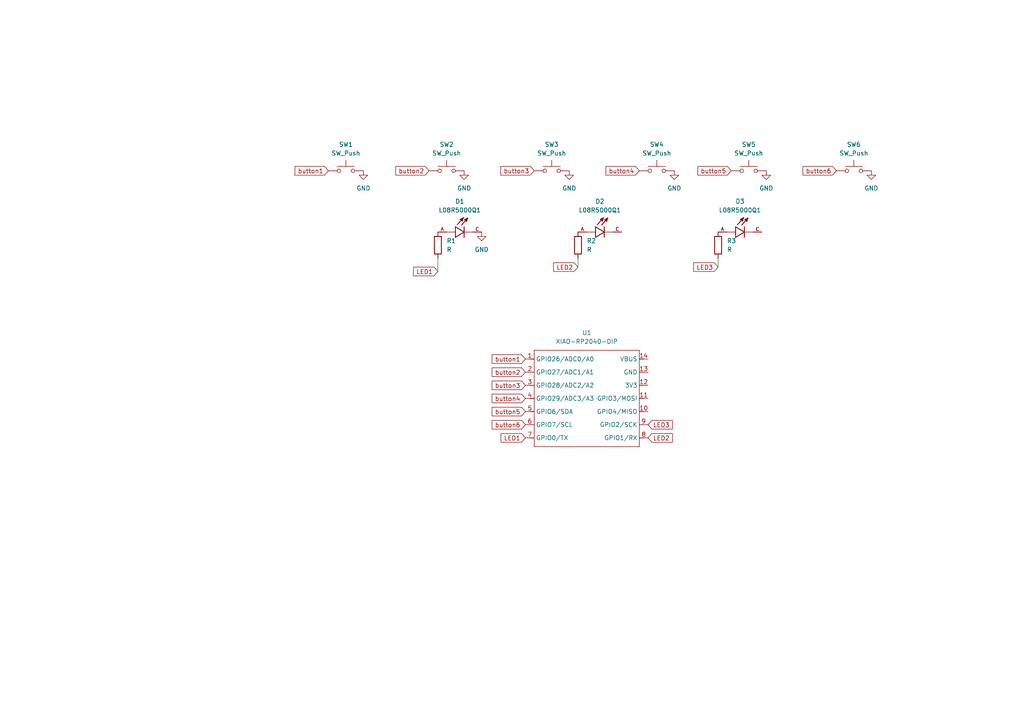
<source format=kicad_sch>
(kicad_sch
	(version 20250114)
	(generator "eeschema")
	(generator_version "9.0")
	(uuid "f60a7b3d-6eab-4da1-bfa8-a727d04b5d73")
	(paper "A4")
	(lib_symbols
		(symbol "Device:R"
			(pin_numbers
				(hide yes)
			)
			(pin_names
				(offset 0)
			)
			(exclude_from_sim no)
			(in_bom yes)
			(on_board yes)
			(property "Reference" "R"
				(at 2.032 0 90)
				(effects
					(font
						(size 1.27 1.27)
					)
				)
			)
			(property "Value" "R"
				(at 0 0 90)
				(effects
					(font
						(size 1.27 1.27)
					)
				)
			)
			(property "Footprint" ""
				(at -1.778 0 90)
				(effects
					(font
						(size 1.27 1.27)
					)
					(hide yes)
				)
			)
			(property "Datasheet" "~"
				(at 0 0 0)
				(effects
					(font
						(size 1.27 1.27)
					)
					(hide yes)
				)
			)
			(property "Description" "Resistor"
				(at 0 0 0)
				(effects
					(font
						(size 1.27 1.27)
					)
					(hide yes)
				)
			)
			(property "ki_keywords" "R res resistor"
				(at 0 0 0)
				(effects
					(font
						(size 1.27 1.27)
					)
					(hide yes)
				)
			)
			(property "ki_fp_filters" "R_*"
				(at 0 0 0)
				(effects
					(font
						(size 1.27 1.27)
					)
					(hide yes)
				)
			)
			(symbol "R_0_1"
				(rectangle
					(start -1.016 -2.54)
					(end 1.016 2.54)
					(stroke
						(width 0.254)
						(type default)
					)
					(fill
						(type none)
					)
				)
			)
			(symbol "R_1_1"
				(pin passive line
					(at 0 3.81 270)
					(length 1.27)
					(name "~"
						(effects
							(font
								(size 1.27 1.27)
							)
						)
					)
					(number "1"
						(effects
							(font
								(size 1.27 1.27)
							)
						)
					)
				)
				(pin passive line
					(at 0 -3.81 90)
					(length 1.27)
					(name "~"
						(effects
							(font
								(size 1.27 1.27)
							)
						)
					)
					(number "2"
						(effects
							(font
								(size 1.27 1.27)
							)
						)
					)
				)
			)
			(embedded_fonts no)
		)
		(symbol "L08R5000Q1:L08R5000Q1"
			(pin_names
				(offset 1.016)
			)
			(exclude_from_sim no)
			(in_bom yes)
			(on_board yes)
			(property "Reference" "D"
				(at -3.0988 4.4958 0)
				(effects
					(font
						(size 1.27 1.27)
					)
					(justify left bottom)
				)
			)
			(property "Value" "L08R5000Q1"
				(at -3.556 -3.302 0)
				(effects
					(font
						(size 1.27 1.27)
					)
					(justify left bottom)
				)
			)
			(property "Footprint" "L08R5000Q1:LEDRD254W57D500H1070"
				(at 0 0 0)
				(effects
					(font
						(size 1.27 1.27)
					)
					(justify bottom)
					(hide yes)
				)
			)
			(property "Datasheet" ""
				(at 0 0 0)
				(effects
					(font
						(size 1.27 1.27)
					)
					(hide yes)
				)
			)
			(property "Description" ""
				(at 0 0 0)
				(effects
					(font
						(size 1.27 1.27)
					)
					(hide yes)
				)
			)
			(property "MF" "LED Technology"
				(at 0 0 0)
				(effects
					(font
						(size 1.27 1.27)
					)
					(justify bottom)
					(hide yes)
				)
			)
			(property "MAXIMUM_PACKAGE_HEIGHT" "10.7mm"
				(at 0 0 0)
				(effects
					(font
						(size 1.27 1.27)
					)
					(justify bottom)
					(hide yes)
				)
			)
			(property "Package" "None"
				(at 0 0 0)
				(effects
					(font
						(size 1.27 1.27)
					)
					(justify bottom)
					(hide yes)
				)
			)
			(property "Price" "None"
				(at 0 0 0)
				(effects
					(font
						(size 1.27 1.27)
					)
					(justify bottom)
					(hide yes)
				)
			)
			(property "Check_prices" "https://www.snapeda.com/parts/L08R5000Q1/LED+Technology/view-part/?ref=eda"
				(at 0 0 0)
				(effects
					(font
						(size 1.27 1.27)
					)
					(justify bottom)
					(hide yes)
				)
			)
			(property "STANDARD" "IPC-7351B"
				(at 0 0 0)
				(effects
					(font
						(size 1.27 1.27)
					)
					(justify bottom)
					(hide yes)
				)
			)
			(property "PARTREV" "NA"
				(at 0 0 0)
				(effects
					(font
						(size 1.27 1.27)
					)
					(justify bottom)
					(hide yes)
				)
			)
			(property "SnapEDA_Link" "https://www.snapeda.com/parts/L08R5000Q1/LED+Technology/view-part/?ref=snap"
				(at 0 0 0)
				(effects
					(font
						(size 1.27 1.27)
					)
					(justify bottom)
					(hide yes)
				)
			)
			(property "MP" "L08R5000Q1"
				(at 0 0 0)
				(effects
					(font
						(size 1.27 1.27)
					)
					(justify bottom)
					(hide yes)
				)
			)
			(property "Description_1" "LED, 5MM, ORANGE; LED / Lamp Size: 5mm / T-1 3/4; LED Colour: Orange; Typ Luminous Intensity: 4.3mcd; Viewing Angle: ..."
				(at 0 0 0)
				(effects
					(font
						(size 1.27 1.27)
					)
					(justify bottom)
					(hide yes)
				)
			)
			(property "Availability" "Not in stock"
				(at 0 0 0)
				(effects
					(font
						(size 1.27 1.27)
					)
					(justify bottom)
					(hide yes)
				)
			)
			(property "MANUFACTURER" "LED TECHNOLOGY"
				(at 0 0 0)
				(effects
					(font
						(size 1.27 1.27)
					)
					(justify bottom)
					(hide yes)
				)
			)
			(symbol "L08R5000Q1_0_0"
				(polyline
					(pts
						(xy -2.54 1.524) (xy -2.54 0)
					)
					(stroke
						(width 0.254)
						(type default)
					)
					(fill
						(type none)
					)
				)
				(polyline
					(pts
						(xy -2.54 0) (xy -5.08 0)
					)
					(stroke
						(width 0.1524)
						(type default)
					)
					(fill
						(type none)
					)
				)
				(polyline
					(pts
						(xy -2.54 0) (xy -2.54 -1.524)
					)
					(stroke
						(width 0.254)
						(type default)
					)
					(fill
						(type none)
					)
				)
				(polyline
					(pts
						(xy -2.54 -1.524) (xy 0 0)
					)
					(stroke
						(width 0.254)
						(type default)
					)
					(fill
						(type none)
					)
				)
				(polyline
					(pts
						(xy -1.1176 3.683) (xy -0.2286 4.1656)
					)
					(stroke
						(width 0.254)
						(type default)
					)
					(fill
						(type none)
					)
				)
				(polyline
					(pts
						(xy -0.9398 3.6068) (xy -0.7112 3.7592)
					)
					(stroke
						(width 0.254)
						(type default)
					)
					(fill
						(type none)
					)
				)
				(polyline
					(pts
						(xy -0.5588 3.2004) (xy -1.1176 3.683)
					)
					(stroke
						(width 0.254)
						(type default)
					)
					(fill
						(type none)
					)
				)
				(polyline
					(pts
						(xy -0.5588 3.2004) (xy -0.5334 3.937)
					)
					(stroke
						(width 0.254)
						(type default)
					)
					(fill
						(type none)
					)
				)
				(polyline
					(pts
						(xy -0.5334 3.937) (xy -0.6604 3.937)
					)
					(stroke
						(width 0.254)
						(type default)
					)
					(fill
						(type none)
					)
				)
				(polyline
					(pts
						(xy -0.2286 4.1656) (xy -2.0066 2.1336)
					)
					(stroke
						(width 0.254)
						(type default)
					)
					(fill
						(type none)
					)
				)
				(polyline
					(pts
						(xy -0.2286 4.1656) (xy -0.5588 3.2004)
					)
					(stroke
						(width 0.254)
						(type default)
					)
					(fill
						(type none)
					)
				)
				(polyline
					(pts
						(xy 0 1.524) (xy 0 0)
					)
					(stroke
						(width 0.254)
						(type default)
					)
					(fill
						(type none)
					)
				)
				(polyline
					(pts
						(xy 0 0) (xy -2.54 1.524)
					)
					(stroke
						(width 0.254)
						(type default)
					)
					(fill
						(type none)
					)
				)
				(polyline
					(pts
						(xy 0 0) (xy 0 -1.524)
					)
					(stroke
						(width 0.254)
						(type default)
					)
					(fill
						(type none)
					)
				)
				(polyline
					(pts
						(xy 0.127 3.5814) (xy 1.016 4.064)
					)
					(stroke
						(width 0.254)
						(type default)
					)
					(fill
						(type none)
					)
				)
				(polyline
					(pts
						(xy 0.3048 3.5052) (xy 0.5334 3.6576)
					)
					(stroke
						(width 0.254)
						(type default)
					)
					(fill
						(type none)
					)
				)
				(polyline
					(pts
						(xy 0.6858 3.0988) (xy 0.127 3.5814)
					)
					(stroke
						(width 0.254)
						(type default)
					)
					(fill
						(type none)
					)
				)
				(polyline
					(pts
						(xy 0.6858 3.0988) (xy 0.7112 3.8354)
					)
					(stroke
						(width 0.254)
						(type default)
					)
					(fill
						(type none)
					)
				)
				(polyline
					(pts
						(xy 0.7112 3.8354) (xy 0.5842 3.8354)
					)
					(stroke
						(width 0.254)
						(type default)
					)
					(fill
						(type none)
					)
				)
				(polyline
					(pts
						(xy 1.016 4.064) (xy -0.762 2.032)
					)
					(stroke
						(width 0.254)
						(type default)
					)
					(fill
						(type none)
					)
				)
				(polyline
					(pts
						(xy 1.016 4.064) (xy 0.6858 3.0988)
					)
					(stroke
						(width 0.254)
						(type default)
					)
					(fill
						(type none)
					)
				)
				(polyline
					(pts
						(xy 2.54 0) (xy 0 0)
					)
					(stroke
						(width 0.1524)
						(type default)
					)
					(fill
						(type none)
					)
				)
				(pin passive line
					(at -7.62 0 0)
					(length 2.54)
					(name "~"
						(effects
							(font
								(size 1.016 1.016)
							)
						)
					)
					(number "A"
						(effects
							(font
								(size 1.016 1.016)
							)
						)
					)
				)
				(pin passive line
					(at 5.08 0 180)
					(length 2.54)
					(name "~"
						(effects
							(font
								(size 1.016 1.016)
							)
						)
					)
					(number "C"
						(effects
							(font
								(size 1.016 1.016)
							)
						)
					)
				)
			)
			(embedded_fonts no)
		)
		(symbol "Seeed_Studio_XIAO_Series:XIAO-RP2040-DIP"
			(exclude_from_sim no)
			(in_bom yes)
			(on_board yes)
			(property "Reference" "U"
				(at 0 0 0)
				(effects
					(font
						(size 1.27 1.27)
					)
				)
			)
			(property "Value" "XIAO-RP2040-DIP"
				(at 5.334 -1.778 0)
				(effects
					(font
						(size 1.27 1.27)
					)
				)
			)
			(property "Footprint" "Module:MOUDLE14P-XIAO-DIP-SMD"
				(at 14.478 -32.258 0)
				(effects
					(font
						(size 1.27 1.27)
					)
					(hide yes)
				)
			)
			(property "Datasheet" ""
				(at 0 0 0)
				(effects
					(font
						(size 1.27 1.27)
					)
					(hide yes)
				)
			)
			(property "Description" ""
				(at 0 0 0)
				(effects
					(font
						(size 1.27 1.27)
					)
					(hide yes)
				)
			)
			(symbol "XIAO-RP2040-DIP_1_0"
				(polyline
					(pts
						(xy -1.27 -2.54) (xy 29.21 -2.54)
					)
					(stroke
						(width 0.1524)
						(type solid)
					)
					(fill
						(type none)
					)
				)
				(polyline
					(pts
						(xy -1.27 -5.08) (xy -2.54 -5.08)
					)
					(stroke
						(width 0.1524)
						(type solid)
					)
					(fill
						(type none)
					)
				)
				(polyline
					(pts
						(xy -1.27 -5.08) (xy -1.27 -2.54)
					)
					(stroke
						(width 0.1524)
						(type solid)
					)
					(fill
						(type none)
					)
				)
				(polyline
					(pts
						(xy -1.27 -8.89) (xy -2.54 -8.89)
					)
					(stroke
						(width 0.1524)
						(type solid)
					)
					(fill
						(type none)
					)
				)
				(polyline
					(pts
						(xy -1.27 -8.89) (xy -1.27 -5.08)
					)
					(stroke
						(width 0.1524)
						(type solid)
					)
					(fill
						(type none)
					)
				)
				(polyline
					(pts
						(xy -1.27 -12.7) (xy -2.54 -12.7)
					)
					(stroke
						(width 0.1524)
						(type solid)
					)
					(fill
						(type none)
					)
				)
				(polyline
					(pts
						(xy -1.27 -12.7) (xy -1.27 -8.89)
					)
					(stroke
						(width 0.1524)
						(type solid)
					)
					(fill
						(type none)
					)
				)
				(polyline
					(pts
						(xy -1.27 -16.51) (xy -2.54 -16.51)
					)
					(stroke
						(width 0.1524)
						(type solid)
					)
					(fill
						(type none)
					)
				)
				(polyline
					(pts
						(xy -1.27 -16.51) (xy -1.27 -12.7)
					)
					(stroke
						(width 0.1524)
						(type solid)
					)
					(fill
						(type none)
					)
				)
				(polyline
					(pts
						(xy -1.27 -20.32) (xy -2.54 -20.32)
					)
					(stroke
						(width 0.1524)
						(type solid)
					)
					(fill
						(type none)
					)
				)
				(polyline
					(pts
						(xy -1.27 -24.13) (xy -2.54 -24.13)
					)
					(stroke
						(width 0.1524)
						(type solid)
					)
					(fill
						(type none)
					)
				)
				(polyline
					(pts
						(xy -1.27 -27.94) (xy -2.54 -27.94)
					)
					(stroke
						(width 0.1524)
						(type solid)
					)
					(fill
						(type none)
					)
				)
				(polyline
					(pts
						(xy -1.27 -30.48) (xy -1.27 -16.51)
					)
					(stroke
						(width 0.1524)
						(type solid)
					)
					(fill
						(type none)
					)
				)
				(polyline
					(pts
						(xy 29.21 -2.54) (xy 29.21 -5.08)
					)
					(stroke
						(width 0.1524)
						(type solid)
					)
					(fill
						(type none)
					)
				)
				(polyline
					(pts
						(xy 29.21 -5.08) (xy 29.21 -8.89)
					)
					(stroke
						(width 0.1524)
						(type solid)
					)
					(fill
						(type none)
					)
				)
				(polyline
					(pts
						(xy 29.21 -8.89) (xy 29.21 -12.7)
					)
					(stroke
						(width 0.1524)
						(type solid)
					)
					(fill
						(type none)
					)
				)
				(polyline
					(pts
						(xy 29.21 -12.7) (xy 29.21 -30.48)
					)
					(stroke
						(width 0.1524)
						(type solid)
					)
					(fill
						(type none)
					)
				)
				(polyline
					(pts
						(xy 29.21 -30.48) (xy -1.27 -30.48)
					)
					(stroke
						(width 0.1524)
						(type solid)
					)
					(fill
						(type none)
					)
				)
				(polyline
					(pts
						(xy 30.48 -5.08) (xy 29.21 -5.08)
					)
					(stroke
						(width 0.1524)
						(type solid)
					)
					(fill
						(type none)
					)
				)
				(polyline
					(pts
						(xy 30.48 -8.89) (xy 29.21 -8.89)
					)
					(stroke
						(width 0.1524)
						(type solid)
					)
					(fill
						(type none)
					)
				)
				(polyline
					(pts
						(xy 30.48 -12.7) (xy 29.21 -12.7)
					)
					(stroke
						(width 0.1524)
						(type solid)
					)
					(fill
						(type none)
					)
				)
				(polyline
					(pts
						(xy 30.48 -16.51) (xy 29.21 -16.51)
					)
					(stroke
						(width 0.1524)
						(type solid)
					)
					(fill
						(type none)
					)
				)
				(polyline
					(pts
						(xy 30.48 -20.32) (xy 29.21 -20.32)
					)
					(stroke
						(width 0.1524)
						(type solid)
					)
					(fill
						(type none)
					)
				)
				(polyline
					(pts
						(xy 30.48 -24.13) (xy 29.21 -24.13)
					)
					(stroke
						(width 0.1524)
						(type solid)
					)
					(fill
						(type none)
					)
				)
				(polyline
					(pts
						(xy 30.48 -27.94) (xy 29.21 -27.94)
					)
					(stroke
						(width 0.1524)
						(type solid)
					)
					(fill
						(type none)
					)
				)
				(pin passive line
					(at -3.81 -5.08 0)
					(length 2.54)
					(name "GPIO26/ADC0/A0"
						(effects
							(font
								(size 1.27 1.27)
							)
						)
					)
					(number "1"
						(effects
							(font
								(size 1.27 1.27)
							)
						)
					)
				)
				(pin passive line
					(at -3.81 -8.89 0)
					(length 2.54)
					(name "GPIO27/ADC1/A1"
						(effects
							(font
								(size 1.27 1.27)
							)
						)
					)
					(number "2"
						(effects
							(font
								(size 1.27 1.27)
							)
						)
					)
				)
				(pin passive line
					(at -3.81 -12.7 0)
					(length 2.54)
					(name "GPIO28/ADC2/A2"
						(effects
							(font
								(size 1.27 1.27)
							)
						)
					)
					(number "3"
						(effects
							(font
								(size 1.27 1.27)
							)
						)
					)
				)
				(pin passive line
					(at -3.81 -16.51 0)
					(length 2.54)
					(name "GPIO29/ADC3/A3"
						(effects
							(font
								(size 1.27 1.27)
							)
						)
					)
					(number "4"
						(effects
							(font
								(size 1.27 1.27)
							)
						)
					)
				)
				(pin passive line
					(at -3.81 -20.32 0)
					(length 2.54)
					(name "GPIO6/SDA"
						(effects
							(font
								(size 1.27 1.27)
							)
						)
					)
					(number "5"
						(effects
							(font
								(size 1.27 1.27)
							)
						)
					)
				)
				(pin passive line
					(at -3.81 -24.13 0)
					(length 2.54)
					(name "GPIO7/SCL"
						(effects
							(font
								(size 1.27 1.27)
							)
						)
					)
					(number "6"
						(effects
							(font
								(size 1.27 1.27)
							)
						)
					)
				)
				(pin passive line
					(at -3.81 -27.94 0)
					(length 2.54)
					(name "GPIO0/TX"
						(effects
							(font
								(size 1.27 1.27)
							)
						)
					)
					(number "7"
						(effects
							(font
								(size 1.27 1.27)
							)
						)
					)
				)
				(pin passive line
					(at 31.75 -5.08 180)
					(length 2.54)
					(name "VBUS"
						(effects
							(font
								(size 1.27 1.27)
							)
						)
					)
					(number "14"
						(effects
							(font
								(size 1.27 1.27)
							)
						)
					)
				)
				(pin passive line
					(at 31.75 -8.89 180)
					(length 2.54)
					(name "GND"
						(effects
							(font
								(size 1.27 1.27)
							)
						)
					)
					(number "13"
						(effects
							(font
								(size 1.27 1.27)
							)
						)
					)
				)
				(pin passive line
					(at 31.75 -12.7 180)
					(length 2.54)
					(name "3V3"
						(effects
							(font
								(size 1.27 1.27)
							)
						)
					)
					(number "12"
						(effects
							(font
								(size 1.27 1.27)
							)
						)
					)
				)
				(pin passive line
					(at 31.75 -16.51 180)
					(length 2.54)
					(name "GPIO3/MOSI"
						(effects
							(font
								(size 1.27 1.27)
							)
						)
					)
					(number "11"
						(effects
							(font
								(size 1.27 1.27)
							)
						)
					)
				)
				(pin passive line
					(at 31.75 -20.32 180)
					(length 2.54)
					(name "GPIO4/MISO"
						(effects
							(font
								(size 1.27 1.27)
							)
						)
					)
					(number "10"
						(effects
							(font
								(size 1.27 1.27)
							)
						)
					)
				)
				(pin passive line
					(at 31.75 -24.13 180)
					(length 2.54)
					(name "GPIO2/SCK"
						(effects
							(font
								(size 1.27 1.27)
							)
						)
					)
					(number "9"
						(effects
							(font
								(size 1.27 1.27)
							)
						)
					)
				)
				(pin passive line
					(at 31.75 -27.94 180)
					(length 2.54)
					(name "GPIO1/RX"
						(effects
							(font
								(size 1.27 1.27)
							)
						)
					)
					(number "8"
						(effects
							(font
								(size 1.27 1.27)
							)
						)
					)
				)
			)
			(embedded_fonts no)
		)
		(symbol "Switch:SW_Push"
			(pin_numbers
				(hide yes)
			)
			(pin_names
				(offset 1.016)
				(hide yes)
			)
			(exclude_from_sim no)
			(in_bom yes)
			(on_board yes)
			(property "Reference" "SW"
				(at 1.27 2.54 0)
				(effects
					(font
						(size 1.27 1.27)
					)
					(justify left)
				)
			)
			(property "Value" "SW_Push"
				(at 0 -1.524 0)
				(effects
					(font
						(size 1.27 1.27)
					)
				)
			)
			(property "Footprint" ""
				(at 0 5.08 0)
				(effects
					(font
						(size 1.27 1.27)
					)
					(hide yes)
				)
			)
			(property "Datasheet" "~"
				(at 0 5.08 0)
				(effects
					(font
						(size 1.27 1.27)
					)
					(hide yes)
				)
			)
			(property "Description" "Push button switch, generic, two pins"
				(at 0 0 0)
				(effects
					(font
						(size 1.27 1.27)
					)
					(hide yes)
				)
			)
			(property "ki_keywords" "switch normally-open pushbutton push-button"
				(at 0 0 0)
				(effects
					(font
						(size 1.27 1.27)
					)
					(hide yes)
				)
			)
			(symbol "SW_Push_0_1"
				(circle
					(center -2.032 0)
					(radius 0.508)
					(stroke
						(width 0)
						(type default)
					)
					(fill
						(type none)
					)
				)
				(polyline
					(pts
						(xy 0 1.27) (xy 0 3.048)
					)
					(stroke
						(width 0)
						(type default)
					)
					(fill
						(type none)
					)
				)
				(circle
					(center 2.032 0)
					(radius 0.508)
					(stroke
						(width 0)
						(type default)
					)
					(fill
						(type none)
					)
				)
				(polyline
					(pts
						(xy 2.54 1.27) (xy -2.54 1.27)
					)
					(stroke
						(width 0)
						(type default)
					)
					(fill
						(type none)
					)
				)
				(pin passive line
					(at -5.08 0 0)
					(length 2.54)
					(name "1"
						(effects
							(font
								(size 1.27 1.27)
							)
						)
					)
					(number "1"
						(effects
							(font
								(size 1.27 1.27)
							)
						)
					)
				)
				(pin passive line
					(at 5.08 0 180)
					(length 2.54)
					(name "2"
						(effects
							(font
								(size 1.27 1.27)
							)
						)
					)
					(number "2"
						(effects
							(font
								(size 1.27 1.27)
							)
						)
					)
				)
			)
			(embedded_fonts no)
		)
		(symbol "power:GND"
			(power)
			(pin_numbers
				(hide yes)
			)
			(pin_names
				(offset 0)
				(hide yes)
			)
			(exclude_from_sim no)
			(in_bom yes)
			(on_board yes)
			(property "Reference" "#PWR"
				(at 0 -6.35 0)
				(effects
					(font
						(size 1.27 1.27)
					)
					(hide yes)
				)
			)
			(property "Value" "GND"
				(at 0 -3.81 0)
				(effects
					(font
						(size 1.27 1.27)
					)
				)
			)
			(property "Footprint" ""
				(at 0 0 0)
				(effects
					(font
						(size 1.27 1.27)
					)
					(hide yes)
				)
			)
			(property "Datasheet" ""
				(at 0 0 0)
				(effects
					(font
						(size 1.27 1.27)
					)
					(hide yes)
				)
			)
			(property "Description" "Power symbol creates a global label with name \"GND\" , ground"
				(at 0 0 0)
				(effects
					(font
						(size 1.27 1.27)
					)
					(hide yes)
				)
			)
			(property "ki_keywords" "global power"
				(at 0 0 0)
				(effects
					(font
						(size 1.27 1.27)
					)
					(hide yes)
				)
			)
			(symbol "GND_0_1"
				(polyline
					(pts
						(xy 0 0) (xy 0 -1.27) (xy 1.27 -1.27) (xy 0 -2.54) (xy -1.27 -1.27) (xy 0 -1.27)
					)
					(stroke
						(width 0)
						(type default)
					)
					(fill
						(type none)
					)
				)
			)
			(symbol "GND_1_1"
				(pin power_in line
					(at 0 0 270)
					(length 0)
					(name "~"
						(effects
							(font
								(size 1.27 1.27)
							)
						)
					)
					(number "1"
						(effects
							(font
								(size 1.27 1.27)
							)
						)
					)
				)
			)
			(embedded_fonts no)
		)
	)
	(wire
		(pts
			(xy 208.28 77.47) (xy 208.28 74.93)
		)
		(stroke
			(width 0)
			(type default)
		)
		(uuid "2c5396a9-a5a7-4dd8-82e4-9595fb6e3435")
	)
	(wire
		(pts
			(xy 167.64 77.47) (xy 167.64 74.93)
		)
		(stroke
			(width 0)
			(type default)
		)
		(uuid "53a97ba8-bd70-4a4e-b9ef-72d587626a3e")
	)
	(wire
		(pts
			(xy 127 78.74) (xy 127 74.93)
		)
		(stroke
			(width 0)
			(type default)
		)
		(uuid "bf024f61-00c9-4673-9816-d34d24569139")
	)
	(global_label "button2"
		(shape input)
		(at 124.46 49.53 180)
		(fields_autoplaced yes)
		(effects
			(font
				(size 1.27 1.27)
			)
			(justify right)
		)
		(uuid "02b84bb4-0660-461d-9fd8-fda8216c94bc")
		(property "Intersheetrefs" "${INTERSHEET_REFS}"
			(at 114.2179 49.53 0)
			(effects
				(font
					(size 1.27 1.27)
				)
				(justify right)
				(hide yes)
			)
		)
	)
	(global_label "LED3"
		(shape input)
		(at 187.96 123.19 0)
		(fields_autoplaced yes)
		(effects
			(font
				(size 1.27 1.27)
			)
			(justify left)
		)
		(uuid "042d9149-13bc-48a5-a03b-19c8780436c4")
		(property "Intersheetrefs" "${INTERSHEET_REFS}"
			(at 195.6018 123.19 0)
			(effects
				(font
					(size 1.27 1.27)
				)
				(justify left)
				(hide yes)
			)
		)
	)
	(global_label "LED2"
		(shape input)
		(at 167.64 77.47 180)
		(fields_autoplaced yes)
		(effects
			(font
				(size 1.27 1.27)
			)
			(justify right)
		)
		(uuid "0ee11381-83f8-4936-927a-15f1304fea29")
		(property "Intersheetrefs" "${INTERSHEET_REFS}"
			(at 159.9982 77.47 0)
			(effects
				(font
					(size 1.27 1.27)
				)
				(justify right)
				(hide yes)
			)
		)
	)
	(global_label "button6"
		(shape input)
		(at 242.57 49.53 180)
		(fields_autoplaced yes)
		(effects
			(font
				(size 1.27 1.27)
			)
			(justify right)
		)
		(uuid "13cf482f-f41a-4cb5-95aa-b1e0af2e127d")
		(property "Intersheetrefs" "${INTERSHEET_REFS}"
			(at 232.3279 49.53 0)
			(effects
				(font
					(size 1.27 1.27)
				)
				(justify right)
				(hide yes)
			)
		)
	)
	(global_label "button6"
		(shape input)
		(at 152.4 123.19 180)
		(fields_autoplaced yes)
		(effects
			(font
				(size 1.27 1.27)
			)
			(justify right)
		)
		(uuid "2453e3f1-c5dd-496d-b662-cafac14d471e")
		(property "Intersheetrefs" "${INTERSHEET_REFS}"
			(at 142.1579 123.19 0)
			(effects
				(font
					(size 1.27 1.27)
				)
				(justify right)
				(hide yes)
			)
		)
	)
	(global_label "LED1"
		(shape input)
		(at 152.4 127 180)
		(fields_autoplaced yes)
		(effects
			(font
				(size 1.27 1.27)
			)
			(justify right)
		)
		(uuid "2667025c-5d56-49d2-9d7c-6cca8fb1b17c")
		(property "Intersheetrefs" "${INTERSHEET_REFS}"
			(at 144.7582 127 0)
			(effects
				(font
					(size 1.27 1.27)
				)
				(justify right)
				(hide yes)
			)
		)
	)
	(global_label "LED3"
		(shape input)
		(at 208.28 77.47 180)
		(fields_autoplaced yes)
		(effects
			(font
				(size 1.27 1.27)
			)
			(justify right)
		)
		(uuid "45102f05-fe12-4eea-8b74-05abaa1aae5b")
		(property "Intersheetrefs" "${INTERSHEET_REFS}"
			(at 200.6382 77.47 0)
			(effects
				(font
					(size 1.27 1.27)
				)
				(justify right)
				(hide yes)
			)
		)
	)
	(global_label "button3"
		(shape input)
		(at 152.4 111.76 180)
		(fields_autoplaced yes)
		(effects
			(font
				(size 1.27 1.27)
			)
			(justify right)
		)
		(uuid "56edf6b5-37a6-4cd6-819c-9d8df5692727")
		(property "Intersheetrefs" "${INTERSHEET_REFS}"
			(at 142.1579 111.76 0)
			(effects
				(font
					(size 1.27 1.27)
				)
				(justify right)
				(hide yes)
			)
		)
	)
	(global_label "button4"
		(shape input)
		(at 152.4 115.57 180)
		(fields_autoplaced yes)
		(effects
			(font
				(size 1.27 1.27)
			)
			(justify right)
		)
		(uuid "6d3e5271-2475-4053-b456-2315c8b9c951")
		(property "Intersheetrefs" "${INTERSHEET_REFS}"
			(at 142.1579 115.57 0)
			(effects
				(font
					(size 1.27 1.27)
				)
				(justify right)
				(hide yes)
			)
		)
	)
	(global_label "button1"
		(shape input)
		(at 95.25 49.53 180)
		(fields_autoplaced yes)
		(effects
			(font
				(size 1.27 1.27)
			)
			(justify right)
		)
		(uuid "7c050213-3683-4dc7-874f-7c94c4002f1e")
		(property "Intersheetrefs" "${INTERSHEET_REFS}"
			(at 85.0079 49.53 0)
			(effects
				(font
					(size 1.27 1.27)
				)
				(justify right)
				(hide yes)
			)
		)
	)
	(global_label "button4"
		(shape input)
		(at 185.42 49.53 180)
		(fields_autoplaced yes)
		(effects
			(font
				(size 1.27 1.27)
			)
			(justify right)
		)
		(uuid "89089168-a1cc-4553-a46e-735208543665")
		(property "Intersheetrefs" "${INTERSHEET_REFS}"
			(at 175.1779 49.53 0)
			(effects
				(font
					(size 1.27 1.27)
				)
				(justify right)
				(hide yes)
			)
		)
	)
	(global_label "button5"
		(shape input)
		(at 152.4 119.38 180)
		(fields_autoplaced yes)
		(effects
			(font
				(size 1.27 1.27)
			)
			(justify right)
		)
		(uuid "9b384f15-4631-42a2-9279-ece9c601b759")
		(property "Intersheetrefs" "${INTERSHEET_REFS}"
			(at 142.1579 119.38 0)
			(effects
				(font
					(size 1.27 1.27)
				)
				(justify right)
				(hide yes)
			)
		)
	)
	(global_label "button2"
		(shape input)
		(at 152.4 107.95 180)
		(fields_autoplaced yes)
		(effects
			(font
				(size 1.27 1.27)
			)
			(justify right)
		)
		(uuid "a99399fa-7b6d-4fba-8832-d93e529e8ecf")
		(property "Intersheetrefs" "${INTERSHEET_REFS}"
			(at 142.1579 107.95 0)
			(effects
				(font
					(size 1.27 1.27)
				)
				(justify right)
				(hide yes)
			)
		)
	)
	(global_label "button5"
		(shape input)
		(at 212.09 49.53 180)
		(fields_autoplaced yes)
		(effects
			(font
				(size 1.27 1.27)
			)
			(justify right)
		)
		(uuid "adff74ba-71df-4dfb-b2b1-5db18f38d09c")
		(property "Intersheetrefs" "${INTERSHEET_REFS}"
			(at 201.8479 49.53 0)
			(effects
				(font
					(size 1.27 1.27)
				)
				(justify right)
				(hide yes)
			)
		)
	)
	(global_label "button3"
		(shape input)
		(at 154.94 49.53 180)
		(fields_autoplaced yes)
		(effects
			(font
				(size 1.27 1.27)
			)
			(justify right)
		)
		(uuid "c59e89b8-43ac-43bd-b284-1a5f365a674c")
		(property "Intersheetrefs" "${INTERSHEET_REFS}"
			(at 144.6979 49.53 0)
			(effects
				(font
					(size 1.27 1.27)
				)
				(justify right)
				(hide yes)
			)
		)
	)
	(global_label "LED2"
		(shape input)
		(at 187.96 127 0)
		(fields_autoplaced yes)
		(effects
			(font
				(size 1.27 1.27)
			)
			(justify left)
		)
		(uuid "c935c8f9-c4d9-4a60-b1c7-ed828d9e9892")
		(property "Intersheetrefs" "${INTERSHEET_REFS}"
			(at 195.6018 127 0)
			(effects
				(font
					(size 1.27 1.27)
				)
				(justify left)
				(hide yes)
			)
		)
	)
	(global_label "button1"
		(shape input)
		(at 152.4 104.14 180)
		(fields_autoplaced yes)
		(effects
			(font
				(size 1.27 1.27)
			)
			(justify right)
		)
		(uuid "d2c98324-e0f0-4aaf-b23c-df2471eb59ac")
		(property "Intersheetrefs" "${INTERSHEET_REFS}"
			(at 142.1579 104.14 0)
			(effects
				(font
					(size 1.27 1.27)
				)
				(justify right)
				(hide yes)
			)
		)
	)
	(global_label "LED1"
		(shape input)
		(at 127 78.74 180)
		(fields_autoplaced yes)
		(effects
			(font
				(size 1.27 1.27)
			)
			(justify right)
		)
		(uuid "f3e47a7d-03f9-4f52-a65e-e0cdc7ab673d")
		(property "Intersheetrefs" "${INTERSHEET_REFS}"
			(at 119.3582 78.74 0)
			(effects
				(font
					(size 1.27 1.27)
				)
				(justify right)
				(hide yes)
			)
		)
	)
	(symbol
		(lib_id "Switch:SW_Push")
		(at 100.33 49.53 0)
		(unit 1)
		(exclude_from_sim no)
		(in_bom yes)
		(on_board yes)
		(dnp no)
		(uuid "172f49f9-f121-4426-9dd2-6b24aada2bd0")
		(property "Reference" "SW1"
			(at 100.33 41.91 0)
			(effects
				(font
					(size 1.27 1.27)
				)
			)
		)
		(property "Value" "SW_Push"
			(at 100.33 44.45 0)
			(effects
				(font
					(size 1.27 1.27)
				)
			)
		)
		(property "Footprint" ""
			(at 100.33 44.45 0)
			(effects
				(font
					(size 1.27 1.27)
				)
				(hide yes)
			)
		)
		(property "Datasheet" "~"
			(at 100.33 44.45 0)
			(effects
				(font
					(size 1.27 1.27)
				)
				(hide yes)
			)
		)
		(property "Description" "Push button switch, generic, two pins"
			(at 100.33 49.53 0)
			(effects
				(font
					(size 1.27 1.27)
				)
				(hide yes)
			)
		)
		(pin "1"
			(uuid "4547fbb4-31e5-4146-a99a-8ffc1a51ab18")
		)
		(pin "2"
			(uuid "caa95da6-fd1f-4450-a408-b73040614b95")
		)
		(instances
			(project ""
				(path "/f60a7b3d-6eab-4da1-bfa8-a727d04b5d73"
					(reference "SW1")
					(unit 1)
				)
			)
		)
	)
	(symbol
		(lib_id "Switch:SW_Push")
		(at 247.65 49.53 0)
		(unit 1)
		(exclude_from_sim no)
		(in_bom yes)
		(on_board yes)
		(dnp no)
		(fields_autoplaced yes)
		(uuid "1a2eb125-8f6c-41d4-a141-94cd716c3d67")
		(property "Reference" "SW6"
			(at 247.65 41.91 0)
			(effects
				(font
					(size 1.27 1.27)
				)
			)
		)
		(property "Value" "SW_Push"
			(at 247.65 44.45 0)
			(effects
				(font
					(size 1.27 1.27)
				)
			)
		)
		(property "Footprint" ""
			(at 247.65 44.45 0)
			(effects
				(font
					(size 1.27 1.27)
				)
				(hide yes)
			)
		)
		(property "Datasheet" "~"
			(at 247.65 44.45 0)
			(effects
				(font
					(size 1.27 1.27)
				)
				(hide yes)
			)
		)
		(property "Description" "Push button switch, generic, two pins"
			(at 247.65 49.53 0)
			(effects
				(font
					(size 1.27 1.27)
				)
				(hide yes)
			)
		)
		(pin "2"
			(uuid "5588525e-7181-458c-a338-f75577e10faf")
		)
		(pin "1"
			(uuid "ad70e5ce-e60b-40a4-8ef5-94a91ee7ec54")
		)
		(instances
			(project ""
				(path "/f60a7b3d-6eab-4da1-bfa8-a727d04b5d73"
					(reference "SW6")
					(unit 1)
				)
			)
		)
	)
	(symbol
		(lib_id "Switch:SW_Push")
		(at 217.17 49.53 0)
		(unit 1)
		(exclude_from_sim no)
		(in_bom yes)
		(on_board yes)
		(dnp no)
		(fields_autoplaced yes)
		(uuid "27a7b05c-cd2e-470d-a651-b2fc0dcad390")
		(property "Reference" "SW5"
			(at 217.17 41.91 0)
			(effects
				(font
					(size 1.27 1.27)
				)
			)
		)
		(property "Value" "SW_Push"
			(at 217.17 44.45 0)
			(effects
				(font
					(size 1.27 1.27)
				)
			)
		)
		(property "Footprint" ""
			(at 217.17 44.45 0)
			(effects
				(font
					(size 1.27 1.27)
				)
				(hide yes)
			)
		)
		(property "Datasheet" "~"
			(at 217.17 44.45 0)
			(effects
				(font
					(size 1.27 1.27)
				)
				(hide yes)
			)
		)
		(property "Description" "Push button switch, generic, two pins"
			(at 217.17 49.53 0)
			(effects
				(font
					(size 1.27 1.27)
				)
				(hide yes)
			)
		)
		(pin "1"
			(uuid "5765df96-8e1b-4e0f-8d9d-a84830880c52")
		)
		(pin "2"
			(uuid "64fb7a7c-cfe7-481a-a8ac-662243611e08")
		)
		(instances
			(project ""
				(path "/f60a7b3d-6eab-4da1-bfa8-a727d04b5d73"
					(reference "SW5")
					(unit 1)
				)
			)
		)
	)
	(symbol
		(lib_id "power:GND")
		(at 134.62 49.53 0)
		(unit 1)
		(exclude_from_sim no)
		(in_bom yes)
		(on_board yes)
		(dnp no)
		(fields_autoplaced yes)
		(uuid "2c770627-85a4-4bb5-87e2-6c3249f2c0fd")
		(property "Reference" "#PWR02"
			(at 134.62 55.88 0)
			(effects
				(font
					(size 1.27 1.27)
				)
				(hide yes)
			)
		)
		(property "Value" "GND"
			(at 134.62 54.61 0)
			(effects
				(font
					(size 1.27 1.27)
				)
			)
		)
		(property "Footprint" ""
			(at 134.62 49.53 0)
			(effects
				(font
					(size 1.27 1.27)
				)
				(hide yes)
			)
		)
		(property "Datasheet" ""
			(at 134.62 49.53 0)
			(effects
				(font
					(size 1.27 1.27)
				)
				(hide yes)
			)
		)
		(property "Description" "Power symbol creates a global label with name \"GND\" , ground"
			(at 134.62 49.53 0)
			(effects
				(font
					(size 1.27 1.27)
				)
				(hide yes)
			)
		)
		(pin "1"
			(uuid "34c3c00d-1c04-4515-aaa9-dd77497c6ff3")
		)
		(instances
			(project ""
				(path "/f60a7b3d-6eab-4da1-bfa8-a727d04b5d73"
					(reference "#PWR02")
					(unit 1)
				)
			)
		)
	)
	(symbol
		(lib_id "power:GND")
		(at 222.25 49.53 0)
		(unit 1)
		(exclude_from_sim no)
		(in_bom yes)
		(on_board yes)
		(dnp no)
		(fields_autoplaced yes)
		(uuid "2f50a50c-7880-4d8a-9a62-cfbb71b2b20d")
		(property "Reference" "#PWR05"
			(at 222.25 55.88 0)
			(effects
				(font
					(size 1.27 1.27)
				)
				(hide yes)
			)
		)
		(property "Value" "GND"
			(at 222.25 54.61 0)
			(effects
				(font
					(size 1.27 1.27)
				)
			)
		)
		(property "Footprint" ""
			(at 222.25 49.53 0)
			(effects
				(font
					(size 1.27 1.27)
				)
				(hide yes)
			)
		)
		(property "Datasheet" ""
			(at 222.25 49.53 0)
			(effects
				(font
					(size 1.27 1.27)
				)
				(hide yes)
			)
		)
		(property "Description" "Power symbol creates a global label with name \"GND\" , ground"
			(at 222.25 49.53 0)
			(effects
				(font
					(size 1.27 1.27)
				)
				(hide yes)
			)
		)
		(pin "1"
			(uuid "4fba7180-b73c-41f2-8984-40c3fa9ce719")
		)
		(instances
			(project ""
				(path "/f60a7b3d-6eab-4da1-bfa8-a727d04b5d73"
					(reference "#PWR05")
					(unit 1)
				)
			)
		)
	)
	(symbol
		(lib_id "Device:R")
		(at 208.28 71.12 0)
		(unit 1)
		(exclude_from_sim no)
		(in_bom yes)
		(on_board yes)
		(dnp no)
		(fields_autoplaced yes)
		(uuid "370a554a-ae93-4a7c-ae41-ab3ba8aa13fc")
		(property "Reference" "R3"
			(at 210.82 69.8499 0)
			(effects
				(font
					(size 1.27 1.27)
				)
				(justify left)
			)
		)
		(property "Value" "R"
			(at 210.82 72.3899 0)
			(effects
				(font
					(size 1.27 1.27)
				)
				(justify left)
			)
		)
		(property "Footprint" ""
			(at 206.502 71.12 90)
			(effects
				(font
					(size 1.27 1.27)
				)
				(hide yes)
			)
		)
		(property "Datasheet" "~"
			(at 208.28 71.12 0)
			(effects
				(font
					(size 1.27 1.27)
				)
				(hide yes)
			)
		)
		(property "Description" "Resistor"
			(at 208.28 71.12 0)
			(effects
				(font
					(size 1.27 1.27)
				)
				(hide yes)
			)
		)
		(pin "1"
			(uuid "daac2fc1-ddf6-4cc4-a9c5-76719055e744")
		)
		(pin "2"
			(uuid "786ce29f-ca4c-4d3c-9751-b1da0db32ae8")
		)
		(instances
			(project ""
				(path "/f60a7b3d-6eab-4da1-bfa8-a727d04b5d73"
					(reference "R3")
					(unit 1)
				)
			)
		)
	)
	(symbol
		(lib_id "power:GND")
		(at 195.58 49.53 0)
		(unit 1)
		(exclude_from_sim no)
		(in_bom yes)
		(on_board yes)
		(dnp no)
		(fields_autoplaced yes)
		(uuid "47931032-fdcd-443d-9802-1ecd22cf1440")
		(property "Reference" "#PWR04"
			(at 195.58 55.88 0)
			(effects
				(font
					(size 1.27 1.27)
				)
				(hide yes)
			)
		)
		(property "Value" "GND"
			(at 195.58 54.61 0)
			(effects
				(font
					(size 1.27 1.27)
				)
			)
		)
		(property "Footprint" ""
			(at 195.58 49.53 0)
			(effects
				(font
					(size 1.27 1.27)
				)
				(hide yes)
			)
		)
		(property "Datasheet" ""
			(at 195.58 49.53 0)
			(effects
				(font
					(size 1.27 1.27)
				)
				(hide yes)
			)
		)
		(property "Description" "Power symbol creates a global label with name \"GND\" , ground"
			(at 195.58 49.53 0)
			(effects
				(font
					(size 1.27 1.27)
				)
				(hide yes)
			)
		)
		(pin "1"
			(uuid "17814513-3330-4da9-b58e-7ecf59ca59cd")
		)
		(instances
			(project ""
				(path "/f60a7b3d-6eab-4da1-bfa8-a727d04b5d73"
					(reference "#PWR04")
					(unit 1)
				)
			)
		)
	)
	(symbol
		(lib_id "Device:R")
		(at 127 71.12 0)
		(unit 1)
		(exclude_from_sim no)
		(in_bom yes)
		(on_board yes)
		(dnp no)
		(fields_autoplaced yes)
		(uuid "664be584-4632-4c7b-b954-d4a7acfec185")
		(property "Reference" "R1"
			(at 129.54 69.8499 0)
			(effects
				(font
					(size 1.27 1.27)
				)
				(justify left)
			)
		)
		(property "Value" "R"
			(at 129.54 72.3899 0)
			(effects
				(font
					(size 1.27 1.27)
				)
				(justify left)
			)
		)
		(property "Footprint" ""
			(at 125.222 71.12 90)
			(effects
				(font
					(size 1.27 1.27)
				)
				(hide yes)
			)
		)
		(property "Datasheet" "~"
			(at 127 71.12 0)
			(effects
				(font
					(size 1.27 1.27)
				)
				(hide yes)
			)
		)
		(property "Description" "Resistor"
			(at 127 71.12 0)
			(effects
				(font
					(size 1.27 1.27)
				)
				(hide yes)
			)
		)
		(pin "2"
			(uuid "f6f16095-c8be-4e5a-aa25-b2443e6972a2")
		)
		(pin "1"
			(uuid "da3957c8-fa79-4cef-b98d-61e8545ac8f1")
		)
		(instances
			(project ""
				(path "/f60a7b3d-6eab-4da1-bfa8-a727d04b5d73"
					(reference "R1")
					(unit 1)
				)
			)
		)
	)
	(symbol
		(lib_id "power:GND")
		(at 165.1 49.53 0)
		(unit 1)
		(exclude_from_sim no)
		(in_bom yes)
		(on_board yes)
		(dnp no)
		(fields_autoplaced yes)
		(uuid "79ded89b-03dd-4583-a0d8-cbe84301ccf8")
		(property "Reference" "#PWR03"
			(at 165.1 55.88 0)
			(effects
				(font
					(size 1.27 1.27)
				)
				(hide yes)
			)
		)
		(property "Value" "GND"
			(at 165.1 54.61 0)
			(effects
				(font
					(size 1.27 1.27)
				)
			)
		)
		(property "Footprint" ""
			(at 165.1 49.53 0)
			(effects
				(font
					(size 1.27 1.27)
				)
				(hide yes)
			)
		)
		(property "Datasheet" ""
			(at 165.1 49.53 0)
			(effects
				(font
					(size 1.27 1.27)
				)
				(hide yes)
			)
		)
		(property "Description" "Power symbol creates a global label with name \"GND\" , ground"
			(at 165.1 49.53 0)
			(effects
				(font
					(size 1.27 1.27)
				)
				(hide yes)
			)
		)
		(pin "1"
			(uuid "5eda4051-2b0d-44dc-8512-eed9163c74fc")
		)
		(instances
			(project ""
				(path "/f60a7b3d-6eab-4da1-bfa8-a727d04b5d73"
					(reference "#PWR03")
					(unit 1)
				)
			)
		)
	)
	(symbol
		(lib_id "L08R5000Q1:L08R5000Q1")
		(at 134.62 67.31 0)
		(unit 1)
		(exclude_from_sim no)
		(in_bom yes)
		(on_board yes)
		(dnp no)
		(fields_autoplaced yes)
		(uuid "85bf9f7b-8b21-4b66-a599-edf3bde5eda8")
		(property "Reference" "D1"
			(at 133.35 58.42 0)
			(effects
				(font
					(size 1.27 1.27)
				)
			)
		)
		(property "Value" "L08R5000Q1"
			(at 133.35 60.96 0)
			(effects
				(font
					(size 1.27 1.27)
				)
			)
		)
		(property "Footprint" "L08R5000Q1:LEDRD254W57D500H1070"
			(at 134.62 67.31 0)
			(effects
				(font
					(size 1.27 1.27)
				)
				(justify bottom)
				(hide yes)
			)
		)
		(property "Datasheet" ""
			(at 134.62 67.31 0)
			(effects
				(font
					(size 1.27 1.27)
				)
				(hide yes)
			)
		)
		(property "Description" ""
			(at 134.62 67.31 0)
			(effects
				(font
					(size 1.27 1.27)
				)
				(hide yes)
			)
		)
		(property "MF" "LED Technology"
			(at 134.62 67.31 0)
			(effects
				(font
					(size 1.27 1.27)
				)
				(justify bottom)
				(hide yes)
			)
		)
		(property "MAXIMUM_PACKAGE_HEIGHT" "10.7mm"
			(at 134.62 67.31 0)
			(effects
				(font
					(size 1.27 1.27)
				)
				(justify bottom)
				(hide yes)
			)
		)
		(property "Package" "None"
			(at 134.62 67.31 0)
			(effects
				(font
					(size 1.27 1.27)
				)
				(justify bottom)
				(hide yes)
			)
		)
		(property "Price" "None"
			(at 134.62 67.31 0)
			(effects
				(font
					(size 1.27 1.27)
				)
				(justify bottom)
				(hide yes)
			)
		)
		(property "Check_prices" "https://www.snapeda.com/parts/L08R5000Q1/LED+Technology/view-part/?ref=eda"
			(at 134.62 67.31 0)
			(effects
				(font
					(size 1.27 1.27)
				)
				(justify bottom)
				(hide yes)
			)
		)
		(property "STANDARD" "IPC-7351B"
			(at 134.62 67.31 0)
			(effects
				(font
					(size 1.27 1.27)
				)
				(justify bottom)
				(hide yes)
			)
		)
		(property "PARTREV" "NA"
			(at 134.62 67.31 0)
			(effects
				(font
					(size 1.27 1.27)
				)
				(justify bottom)
				(hide yes)
			)
		)
		(property "SnapEDA_Link" "https://www.snapeda.com/parts/L08R5000Q1/LED+Technology/view-part/?ref=snap"
			(at 134.62 67.31 0)
			(effects
				(font
					(size 1.27 1.27)
				)
				(justify bottom)
				(hide yes)
			)
		)
		(property "MP" "L08R5000Q1"
			(at 134.62 67.31 0)
			(effects
				(font
					(size 1.27 1.27)
				)
				(justify bottom)
				(hide yes)
			)
		)
		(property "Description_1" "LED, 5MM, ORANGE; LED / Lamp Size: 5mm / T-1 3/4; LED Colour: Orange; Typ Luminous Intensity: 4.3mcd; Viewing Angle: ..."
			(at 134.62 67.31 0)
			(effects
				(font
					(size 1.27 1.27)
				)
				(justify bottom)
				(hide yes)
			)
		)
		(property "Availability" "Not in stock"
			(at 134.62 67.31 0)
			(effects
				(font
					(size 1.27 1.27)
				)
				(justify bottom)
				(hide yes)
			)
		)
		(property "MANUFACTURER" "LED TECHNOLOGY"
			(at 134.62 67.31 0)
			(effects
				(font
					(size 1.27 1.27)
				)
				(justify bottom)
				(hide yes)
			)
		)
		(pin "C"
			(uuid "e7a4d0de-d5a6-4375-a860-d1c492a34618")
		)
		(pin "A"
			(uuid "c16d60d2-0dbf-41db-9516-29bd4abf47e4")
		)
		(instances
			(project ""
				(path "/f60a7b3d-6eab-4da1-bfa8-a727d04b5d73"
					(reference "D1")
					(unit 1)
				)
			)
		)
	)
	(symbol
		(lib_id "Switch:SW_Push")
		(at 160.02 49.53 0)
		(unit 1)
		(exclude_from_sim no)
		(in_bom yes)
		(on_board yes)
		(dnp no)
		(fields_autoplaced yes)
		(uuid "8c616dc5-b4f6-4e4c-a2b9-0b9c1cae8e62")
		(property "Reference" "SW3"
			(at 160.02 41.91 0)
			(effects
				(font
					(size 1.27 1.27)
				)
			)
		)
		(property "Value" "SW_Push"
			(at 160.02 44.45 0)
			(effects
				(font
					(size 1.27 1.27)
				)
			)
		)
		(property "Footprint" ""
			(at 160.02 44.45 0)
			(effects
				(font
					(size 1.27 1.27)
				)
				(hide yes)
			)
		)
		(property "Datasheet" "~"
			(at 160.02 44.45 0)
			(effects
				(font
					(size 1.27 1.27)
				)
				(hide yes)
			)
		)
		(property "Description" "Push button switch, generic, two pins"
			(at 160.02 49.53 0)
			(effects
				(font
					(size 1.27 1.27)
				)
				(hide yes)
			)
		)
		(pin "2"
			(uuid "87be8d84-0a18-4194-a515-d596c2c1a356")
		)
		(pin "1"
			(uuid "d36ded95-7469-4dc5-84bf-a6799a0cc735")
		)
		(instances
			(project ""
				(path "/f60a7b3d-6eab-4da1-bfa8-a727d04b5d73"
					(reference "SW3")
					(unit 1)
				)
			)
		)
	)
	(symbol
		(lib_id "power:GND")
		(at 139.7 67.31 0)
		(unit 1)
		(exclude_from_sim no)
		(in_bom yes)
		(on_board yes)
		(dnp no)
		(fields_autoplaced yes)
		(uuid "95735daf-baa4-4e27-b0c5-c1c2eee01be0")
		(property "Reference" "#PWR07"
			(at 139.7 73.66 0)
			(effects
				(font
					(size 1.27 1.27)
				)
				(hide yes)
			)
		)
		(property "Value" "GND"
			(at 139.7 72.39 0)
			(effects
				(font
					(size 1.27 1.27)
				)
			)
		)
		(property "Footprint" ""
			(at 139.7 67.31 0)
			(effects
				(font
					(size 1.27 1.27)
				)
				(hide yes)
			)
		)
		(property "Datasheet" ""
			(at 139.7 67.31 0)
			(effects
				(font
					(size 1.27 1.27)
				)
				(hide yes)
			)
		)
		(property "Description" "Power symbol creates a global label with name \"GND\" , ground"
			(at 139.7 67.31 0)
			(effects
				(font
					(size 1.27 1.27)
				)
				(hide yes)
			)
		)
		(pin "1"
			(uuid "6646ff03-ab11-4b3f-becb-108b9e62bbda")
		)
		(instances
			(project ""
				(path "/f60a7b3d-6eab-4da1-bfa8-a727d04b5d73"
					(reference "#PWR07")
					(unit 1)
				)
			)
		)
	)
	(symbol
		(lib_id "power:GND")
		(at 252.73 49.53 0)
		(unit 1)
		(exclude_from_sim no)
		(in_bom yes)
		(on_board yes)
		(dnp no)
		(fields_autoplaced yes)
		(uuid "9981e255-647e-4b67-9adf-21db4c773eca")
		(property "Reference" "#PWR06"
			(at 252.73 55.88 0)
			(effects
				(font
					(size 1.27 1.27)
				)
				(hide yes)
			)
		)
		(property "Value" "GND"
			(at 252.73 54.61 0)
			(effects
				(font
					(size 1.27 1.27)
				)
			)
		)
		(property "Footprint" ""
			(at 252.73 49.53 0)
			(effects
				(font
					(size 1.27 1.27)
				)
				(hide yes)
			)
		)
		(property "Datasheet" ""
			(at 252.73 49.53 0)
			(effects
				(font
					(size 1.27 1.27)
				)
				(hide yes)
			)
		)
		(property "Description" "Power symbol creates a global label with name \"GND\" , ground"
			(at 252.73 49.53 0)
			(effects
				(font
					(size 1.27 1.27)
				)
				(hide yes)
			)
		)
		(pin "1"
			(uuid "bbcd3e15-0cf5-46f2-aa8d-6954b229722a")
		)
		(instances
			(project ""
				(path "/f60a7b3d-6eab-4da1-bfa8-a727d04b5d73"
					(reference "#PWR06")
					(unit 1)
				)
			)
		)
	)
	(symbol
		(lib_id "L08R5000Q1:L08R5000Q1")
		(at 175.26 67.31 0)
		(unit 1)
		(exclude_from_sim no)
		(in_bom yes)
		(on_board yes)
		(dnp no)
		(fields_autoplaced yes)
		(uuid "9fce27b0-7cfe-4ca2-aacb-b6ce5745232f")
		(property "Reference" "D2"
			(at 173.99 58.42 0)
			(effects
				(font
					(size 1.27 1.27)
				)
			)
		)
		(property "Value" "L08R5000Q1"
			(at 173.99 60.96 0)
			(effects
				(font
					(size 1.27 1.27)
				)
			)
		)
		(property "Footprint" "L08R5000Q1:LEDRD254W57D500H1070"
			(at 175.26 67.31 0)
			(effects
				(font
					(size 1.27 1.27)
				)
				(justify bottom)
				(hide yes)
			)
		)
		(property "Datasheet" ""
			(at 175.26 67.31 0)
			(effects
				(font
					(size 1.27 1.27)
				)
				(hide yes)
			)
		)
		(property "Description" ""
			(at 175.26 67.31 0)
			(effects
				(font
					(size 1.27 1.27)
				)
				(hide yes)
			)
		)
		(property "MF" "LED Technology"
			(at 175.26 67.31 0)
			(effects
				(font
					(size 1.27 1.27)
				)
				(justify bottom)
				(hide yes)
			)
		)
		(property "MAXIMUM_PACKAGE_HEIGHT" "10.7mm"
			(at 175.26 67.31 0)
			(effects
				(font
					(size 1.27 1.27)
				)
				(justify bottom)
				(hide yes)
			)
		)
		(property "Package" "None"
			(at 175.26 67.31 0)
			(effects
				(font
					(size 1.27 1.27)
				)
				(justify bottom)
				(hide yes)
			)
		)
		(property "Price" "None"
			(at 175.26 67.31 0)
			(effects
				(font
					(size 1.27 1.27)
				)
				(justify bottom)
				(hide yes)
			)
		)
		(property "Check_prices" "https://www.snapeda.com/parts/L08R5000Q1/LED+Technology/view-part/?ref=eda"
			(at 175.26 67.31 0)
			(effects
				(font
					(size 1.27 1.27)
				)
				(justify bottom)
				(hide yes)
			)
		)
		(property "STANDARD" "IPC-7351B"
			(at 175.26 67.31 0)
			(effects
				(font
					(size 1.27 1.27)
				)
				(justify bottom)
				(hide yes)
			)
		)
		(property "PARTREV" "NA"
			(at 175.26 67.31 0)
			(effects
				(font
					(size 1.27 1.27)
				)
				(justify bottom)
				(hide yes)
			)
		)
		(property "SnapEDA_Link" "https://www.snapeda.com/parts/L08R5000Q1/LED+Technology/view-part/?ref=snap"
			(at 175.26 67.31 0)
			(effects
				(font
					(size 1.27 1.27)
				)
				(justify bottom)
				(hide yes)
			)
		)
		(property "MP" "L08R5000Q1"
			(at 175.26 67.31 0)
			(effects
				(font
					(size 1.27 1.27)
				)
				(justify bottom)
				(hide yes)
			)
		)
		(property "Description_1" "LED, 5MM, ORANGE; LED / Lamp Size: 5mm / T-1 3/4; LED Colour: Orange; Typ Luminous Intensity: 4.3mcd; Viewing Angle: ..."
			(at 175.26 67.31 0)
			(effects
				(font
					(size 1.27 1.27)
				)
				(justify bottom)
				(hide yes)
			)
		)
		(property "Availability" "Not in stock"
			(at 175.26 67.31 0)
			(effects
				(font
					(size 1.27 1.27)
				)
				(justify bottom)
				(hide yes)
			)
		)
		(property "MANUFACTURER" "LED TECHNOLOGY"
			(at 175.26 67.31 0)
			(effects
				(font
					(size 1.27 1.27)
				)
				(justify bottom)
				(hide yes)
			)
		)
		(pin "A"
			(uuid "1b773d91-e9de-4116-8975-935eea8c0a04")
		)
		(pin "C"
			(uuid "3e0816dd-3170-4230-b296-1e9eb1939cea")
		)
		(instances
			(project ""
				(path "/f60a7b3d-6eab-4da1-bfa8-a727d04b5d73"
					(reference "D2")
					(unit 1)
				)
			)
		)
	)
	(symbol
		(lib_id "Switch:SW_Push")
		(at 129.54 49.53 0)
		(unit 1)
		(exclude_from_sim no)
		(in_bom yes)
		(on_board yes)
		(dnp no)
		(fields_autoplaced yes)
		(uuid "a2aa75f9-c0b5-49ed-8f5b-08880d2c19f5")
		(property "Reference" "SW2"
			(at 129.54 41.91 0)
			(effects
				(font
					(size 1.27 1.27)
				)
			)
		)
		(property "Value" "SW_Push"
			(at 129.54 44.45 0)
			(effects
				(font
					(size 1.27 1.27)
				)
			)
		)
		(property "Footprint" ""
			(at 129.54 44.45 0)
			(effects
				(font
					(size 1.27 1.27)
				)
				(hide yes)
			)
		)
		(property "Datasheet" "~"
			(at 129.54 44.45 0)
			(effects
				(font
					(size 1.27 1.27)
				)
				(hide yes)
			)
		)
		(property "Description" "Push button switch, generic, two pins"
			(at 129.54 49.53 0)
			(effects
				(font
					(size 1.27 1.27)
				)
				(hide yes)
			)
		)
		(pin "1"
			(uuid "cb6739f9-9431-429b-ac3a-961ed4c7ec91")
		)
		(pin "2"
			(uuid "95d79284-594e-4463-bc29-196fdace6144")
		)
		(instances
			(project ""
				(path "/f60a7b3d-6eab-4da1-bfa8-a727d04b5d73"
					(reference "SW2")
					(unit 1)
				)
			)
		)
	)
	(symbol
		(lib_id "Seeed_Studio_XIAO_Series:XIAO-RP2040-DIP")
		(at 156.21 99.06 0)
		(unit 1)
		(exclude_from_sim no)
		(in_bom yes)
		(on_board yes)
		(dnp no)
		(fields_autoplaced yes)
		(uuid "aead5305-b6c3-4150-b397-c61e47a9b474")
		(property "Reference" "U1"
			(at 170.18 96.52 0)
			(effects
				(font
					(size 1.27 1.27)
				)
			)
		)
		(property "Value" "XIAO-RP2040-DIP"
			(at 170.18 99.06 0)
			(effects
				(font
					(size 1.27 1.27)
				)
			)
		)
		(property "Footprint" "Module:MOUDLE14P-XIAO-DIP-SMD"
			(at 170.688 131.318 0)
			(effects
				(font
					(size 1.27 1.27)
				)
				(hide yes)
			)
		)
		(property "Datasheet" ""
			(at 156.21 99.06 0)
			(effects
				(font
					(size 1.27 1.27)
				)
				(hide yes)
			)
		)
		(property "Description" ""
			(at 156.21 99.06 0)
			(effects
				(font
					(size 1.27 1.27)
				)
				(hide yes)
			)
		)
		(pin "14"
			(uuid "13d39267-956a-48ef-9e89-09ef56c9fef4")
		)
		(pin "1"
			(uuid "7239743f-ec27-4d07-8634-3e0152586600")
		)
		(pin "5"
			(uuid "2d9ac915-5a2f-472e-a14c-038f15f6c4a0")
		)
		(pin "3"
			(uuid "6b2b664b-aee9-4cc7-9eb0-58ea969771f2")
		)
		(pin "4"
			(uuid "7b4c8c89-0e2f-4776-905e-40bc378434cd")
		)
		(pin "2"
			(uuid "e034ad98-b3b2-4cc9-a1d8-8abba8ab14a1")
		)
		(pin "6"
			(uuid "9959dec6-923e-486f-bab6-b3bfadfcd8a6")
		)
		(pin "7"
			(uuid "342a513f-8687-40f5-bc27-33dc15ebdb75")
		)
		(pin "12"
			(uuid "1dcbe097-8638-474d-9487-b64d54c28488")
		)
		(pin "11"
			(uuid "6185dde7-6606-4d8a-89c8-359778bdcc47")
		)
		(pin "9"
			(uuid "20812645-3d83-4c50-b49b-9566ec950cc7")
		)
		(pin "8"
			(uuid "b2002e13-714c-4606-a3ef-e3d93c304e49")
		)
		(pin "13"
			(uuid "97c0e196-029d-4db3-831e-55b1a1b540f2")
		)
		(pin "10"
			(uuid "8d4496b8-78cc-45e1-ba34-5885ad095ae7")
		)
		(instances
			(project ""
				(path "/f60a7b3d-6eab-4da1-bfa8-a727d04b5d73"
					(reference "U1")
					(unit 1)
				)
			)
		)
	)
	(symbol
		(lib_id "Switch:SW_Push")
		(at 190.5 49.53 0)
		(unit 1)
		(exclude_from_sim no)
		(in_bom yes)
		(on_board yes)
		(dnp no)
		(fields_autoplaced yes)
		(uuid "d47609c9-ca27-4dbf-8ddd-e5d9bc90db22")
		(property "Reference" "SW4"
			(at 190.5 41.91 0)
			(effects
				(font
					(size 1.27 1.27)
				)
			)
		)
		(property "Value" "SW_Push"
			(at 190.5 44.45 0)
			(effects
				(font
					(size 1.27 1.27)
				)
			)
		)
		(property "Footprint" ""
			(at 190.5 44.45 0)
			(effects
				(font
					(size 1.27 1.27)
				)
				(hide yes)
			)
		)
		(property "Datasheet" "~"
			(at 190.5 44.45 0)
			(effects
				(font
					(size 1.27 1.27)
				)
				(hide yes)
			)
		)
		(property "Description" "Push button switch, generic, two pins"
			(at 190.5 49.53 0)
			(effects
				(font
					(size 1.27 1.27)
				)
				(hide yes)
			)
		)
		(pin "2"
			(uuid "f1090a57-0459-4e6f-afc8-074daa0aecbf")
		)
		(pin "1"
			(uuid "bed7a4f4-bcc7-49b6-9b03-fe83451feeef")
		)
		(instances
			(project ""
				(path "/f60a7b3d-6eab-4da1-bfa8-a727d04b5d73"
					(reference "SW4")
					(unit 1)
				)
			)
		)
	)
	(symbol
		(lib_id "L08R5000Q1:L08R5000Q1")
		(at 215.9 67.31 0)
		(unit 1)
		(exclude_from_sim no)
		(in_bom yes)
		(on_board yes)
		(dnp no)
		(uuid "df61e45b-32ef-49fd-963e-50bc1b7cd927")
		(property "Reference" "D3"
			(at 214.63 58.42 0)
			(effects
				(font
					(size 1.27 1.27)
				)
			)
		)
		(property "Value" "L08R5000Q1"
			(at 214.63 60.96 0)
			(effects
				(font
					(size 1.27 1.27)
				)
			)
		)
		(property "Footprint" "L08R5000Q1:LEDRD254W57D500H1070"
			(at 215.9 67.31 0)
			(effects
				(font
					(size 1.27 1.27)
				)
				(justify bottom)
				(hide yes)
			)
		)
		(property "Datasheet" ""
			(at 215.9 67.31 0)
			(effects
				(font
					(size 1.27 1.27)
				)
				(hide yes)
			)
		)
		(property "Description" ""
			(at 215.9 67.31 0)
			(effects
				(font
					(size 1.27 1.27)
				)
				(hide yes)
			)
		)
		(property "MF" "LED Technology"
			(at 215.9 67.31 0)
			(effects
				(font
					(size 1.27 1.27)
				)
				(justify bottom)
				(hide yes)
			)
		)
		(property "MAXIMUM_PACKAGE_HEIGHT" "10.7mm"
			(at 215.9 67.31 0)
			(effects
				(font
					(size 1.27 1.27)
				)
				(justify bottom)
				(hide yes)
			)
		)
		(property "Package" "None"
			(at 215.9 67.31 0)
			(effects
				(font
					(size 1.27 1.27)
				)
				(justify bottom)
				(hide yes)
			)
		)
		(property "Price" "None"
			(at 215.9 67.31 0)
			(effects
				(font
					(size 1.27 1.27)
				)
				(justify bottom)
				(hide yes)
			)
		)
		(property "Check_prices" "https://www.snapeda.com/parts/L08R5000Q1/LED+Technology/view-part/?ref=eda"
			(at 215.9 67.31 0)
			(effects
				(font
					(size 1.27 1.27)
				)
				(justify bottom)
				(hide yes)
			)
		)
		(property "STANDARD" "IPC-7351B"
			(at 215.9 67.31 0)
			(effects
				(font
					(size 1.27 1.27)
				)
				(justify bottom)
				(hide yes)
			)
		)
		(property "PARTREV" "NA"
			(at 215.9 67.31 0)
			(effects
				(font
					(size 1.27 1.27)
				)
				(justify bottom)
				(hide yes)
			)
		)
		(property "SnapEDA_Link" "https://www.snapeda.com/parts/L08R5000Q1/LED+Technology/view-part/?ref=snap"
			(at 215.9 67.31 0)
			(effects
				(font
					(size 1.27 1.27)
				)
				(justify bottom)
				(hide yes)
			)
		)
		(property "MP" "L08R5000Q1"
			(at 215.9 67.31 0)
			(effects
				(font
					(size 1.27 1.27)
				)
				(justify bottom)
				(hide yes)
			)
		)
		(property "Description_1" "LED, 5MM, ORANGE; LED / Lamp Size: 5mm / T-1 3/4; LED Colour: Orange; Typ Luminous Intensity: 4.3mcd; Viewing Angle: ..."
			(at 215.9 67.31 0)
			(effects
				(font
					(size 1.27 1.27)
				)
				(justify bottom)
				(hide yes)
			)
		)
		(property "Availability" "Not in stock"
			(at 215.9 67.31 0)
			(effects
				(font
					(size 1.27 1.27)
				)
				(justify bottom)
				(hide yes)
			)
		)
		(property "MANUFACTURER" "LED TECHNOLOGY"
			(at 215.9 67.31 0)
			(effects
				(font
					(size 1.27 1.27)
				)
				(justify bottom)
				(hide yes)
			)
		)
		(pin "C"
			(uuid "ff49c3c8-b5ec-4c78-9164-4a55bd45ed55")
		)
		(pin "A"
			(uuid "a58d7861-6411-456d-b126-1bd1ba44f57c")
		)
		(instances
			(project ""
				(path "/f60a7b3d-6eab-4da1-bfa8-a727d04b5d73"
					(reference "D3")
					(unit 1)
				)
			)
		)
	)
	(symbol
		(lib_id "power:GND")
		(at 105.41 49.53 0)
		(unit 1)
		(exclude_from_sim no)
		(in_bom yes)
		(on_board yes)
		(dnp no)
		(fields_autoplaced yes)
		(uuid "e2a68162-c2f4-47d7-9149-f3b0de7f80db")
		(property "Reference" "#PWR01"
			(at 105.41 55.88 0)
			(effects
				(font
					(size 1.27 1.27)
				)
				(hide yes)
			)
		)
		(property "Value" "GND"
			(at 105.41 54.61 0)
			(effects
				(font
					(size 1.27 1.27)
				)
			)
		)
		(property "Footprint" ""
			(at 105.41 49.53 0)
			(effects
				(font
					(size 1.27 1.27)
				)
				(hide yes)
			)
		)
		(property "Datasheet" ""
			(at 105.41 49.53 0)
			(effects
				(font
					(size 1.27 1.27)
				)
				(hide yes)
			)
		)
		(property "Description" "Power symbol creates a global label with name \"GND\" , ground"
			(at 105.41 49.53 0)
			(effects
				(font
					(size 1.27 1.27)
				)
				(hide yes)
			)
		)
		(pin "1"
			(uuid "9efe3bf7-4eeb-4369-9d9f-41efe179b6b8")
		)
		(instances
			(project ""
				(path "/f60a7b3d-6eab-4da1-bfa8-a727d04b5d73"
					(reference "#PWR01")
					(unit 1)
				)
			)
		)
	)
	(symbol
		(lib_id "Device:R")
		(at 167.64 71.12 0)
		(unit 1)
		(exclude_from_sim no)
		(in_bom yes)
		(on_board yes)
		(dnp no)
		(fields_autoplaced yes)
		(uuid "f58b160f-0a6d-4f07-9c31-753208c1636f")
		(property "Reference" "R2"
			(at 170.18 69.8499 0)
			(effects
				(font
					(size 1.27 1.27)
				)
				(justify left)
			)
		)
		(property "Value" "R"
			(at 170.18 72.3899 0)
			(effects
				(font
					(size 1.27 1.27)
				)
				(justify left)
			)
		)
		(property "Footprint" ""
			(at 165.862 71.12 90)
			(effects
				(font
					(size 1.27 1.27)
				)
				(hide yes)
			)
		)
		(property "Datasheet" "~"
			(at 167.64 71.12 0)
			(effects
				(font
					(size 1.27 1.27)
				)
				(hide yes)
			)
		)
		(property "Description" "Resistor"
			(at 167.64 71.12 0)
			(effects
				(font
					(size 1.27 1.27)
				)
				(hide yes)
			)
		)
		(pin "1"
			(uuid "0016c2e5-8728-4638-912a-024815809616")
		)
		(pin "2"
			(uuid "8508c988-8ed7-4090-8b69-80cb59f8fd2d")
		)
		(instances
			(project ""
				(path "/f60a7b3d-6eab-4da1-bfa8-a727d04b5d73"
					(reference "R2")
					(unit 1)
				)
			)
		)
	)
	(sheet_instances
		(path "/"
			(page "1")
		)
	)
	(embedded_fonts no)
)

</source>
